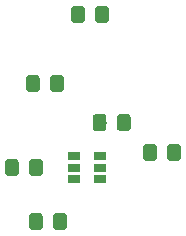
<source format=gbr>
G04 #@! TF.GenerationSoftware,KiCad,Pcbnew,(5.1.4)-1*
G04 #@! TF.CreationDate,2020-11-14T12:40:31-05:00*
G04 #@! TF.ProjectId,circuit,63697263-7569-4742-9e6b-696361645f70,rev?*
G04 #@! TF.SameCoordinates,Original*
G04 #@! TF.FileFunction,Paste,Top*
G04 #@! TF.FilePolarity,Positive*
%FSLAX46Y46*%
G04 Gerber Fmt 4.6, Leading zero omitted, Abs format (unit mm)*
G04 Created by KiCad (PCBNEW (5.1.4)-1) date 2020-11-14 12:40:31*
%MOMM*%
%LPD*%
G04 APERTURE LIST*
%ADD10C,0.100000*%
%ADD11C,1.150000*%
%ADD12R,1.060000X0.650000*%
G04 APERTURE END LIST*
D10*
G36*
X63078505Y-52387204D02*
G01*
X63102773Y-52390804D01*
X63126572Y-52396765D01*
X63149671Y-52405030D01*
X63171850Y-52415520D01*
X63192893Y-52428132D01*
X63212599Y-52442747D01*
X63230777Y-52459223D01*
X63247253Y-52477401D01*
X63261868Y-52497107D01*
X63274480Y-52518150D01*
X63284970Y-52540329D01*
X63293235Y-52563428D01*
X63299196Y-52587227D01*
X63302796Y-52611495D01*
X63304000Y-52635999D01*
X63304000Y-53536001D01*
X63302796Y-53560505D01*
X63299196Y-53584773D01*
X63293235Y-53608572D01*
X63284970Y-53631671D01*
X63274480Y-53653850D01*
X63261868Y-53674893D01*
X63247253Y-53694599D01*
X63230777Y-53712777D01*
X63212599Y-53729253D01*
X63192893Y-53743868D01*
X63171850Y-53756480D01*
X63149671Y-53766970D01*
X63126572Y-53775235D01*
X63102773Y-53781196D01*
X63078505Y-53784796D01*
X63054001Y-53786000D01*
X62403999Y-53786000D01*
X62379495Y-53784796D01*
X62355227Y-53781196D01*
X62331428Y-53775235D01*
X62308329Y-53766970D01*
X62286150Y-53756480D01*
X62265107Y-53743868D01*
X62245401Y-53729253D01*
X62227223Y-53712777D01*
X62210747Y-53694599D01*
X62196132Y-53674893D01*
X62183520Y-53653850D01*
X62173030Y-53631671D01*
X62164765Y-53608572D01*
X62158804Y-53584773D01*
X62155204Y-53560505D01*
X62154000Y-53536001D01*
X62154000Y-52635999D01*
X62155204Y-52611495D01*
X62158804Y-52587227D01*
X62164765Y-52563428D01*
X62173030Y-52540329D01*
X62183520Y-52518150D01*
X62196132Y-52497107D01*
X62210747Y-52477401D01*
X62227223Y-52459223D01*
X62245401Y-52442747D01*
X62265107Y-52428132D01*
X62286150Y-52415520D01*
X62308329Y-52405030D01*
X62331428Y-52396765D01*
X62355227Y-52390804D01*
X62379495Y-52387204D01*
X62403999Y-52386000D01*
X63054001Y-52386000D01*
X63078505Y-52387204D01*
X63078505Y-52387204D01*
G37*
D11*
X62729000Y-53086000D03*
D10*
G36*
X65128505Y-52387204D02*
G01*
X65152773Y-52390804D01*
X65176572Y-52396765D01*
X65199671Y-52405030D01*
X65221850Y-52415520D01*
X65242893Y-52428132D01*
X65262599Y-52442747D01*
X65280777Y-52459223D01*
X65297253Y-52477401D01*
X65311868Y-52497107D01*
X65324480Y-52518150D01*
X65334970Y-52540329D01*
X65343235Y-52563428D01*
X65349196Y-52587227D01*
X65352796Y-52611495D01*
X65354000Y-52635999D01*
X65354000Y-53536001D01*
X65352796Y-53560505D01*
X65349196Y-53584773D01*
X65343235Y-53608572D01*
X65334970Y-53631671D01*
X65324480Y-53653850D01*
X65311868Y-53674893D01*
X65297253Y-53694599D01*
X65280777Y-53712777D01*
X65262599Y-53729253D01*
X65242893Y-53743868D01*
X65221850Y-53756480D01*
X65199671Y-53766970D01*
X65176572Y-53775235D01*
X65152773Y-53781196D01*
X65128505Y-53784796D01*
X65104001Y-53786000D01*
X64453999Y-53786000D01*
X64429495Y-53784796D01*
X64405227Y-53781196D01*
X64381428Y-53775235D01*
X64358329Y-53766970D01*
X64336150Y-53756480D01*
X64315107Y-53743868D01*
X64295401Y-53729253D01*
X64277223Y-53712777D01*
X64260747Y-53694599D01*
X64246132Y-53674893D01*
X64233520Y-53653850D01*
X64223030Y-53631671D01*
X64214765Y-53608572D01*
X64208804Y-53584773D01*
X64205204Y-53560505D01*
X64204000Y-53536001D01*
X64204000Y-52635999D01*
X64205204Y-52611495D01*
X64208804Y-52587227D01*
X64214765Y-52563428D01*
X64223030Y-52540329D01*
X64233520Y-52518150D01*
X64246132Y-52497107D01*
X64260747Y-52477401D01*
X64277223Y-52459223D01*
X64295401Y-52442747D01*
X64315107Y-52428132D01*
X64336150Y-52415520D01*
X64358329Y-52405030D01*
X64381428Y-52396765D01*
X64405227Y-52390804D01*
X64429495Y-52387204D01*
X64453999Y-52386000D01*
X65104001Y-52386000D01*
X65128505Y-52387204D01*
X65128505Y-52387204D01*
G37*
D11*
X64779000Y-53086000D03*
D10*
G36*
X59531505Y-65341204D02*
G01*
X59555773Y-65344804D01*
X59579572Y-65350765D01*
X59602671Y-65359030D01*
X59624850Y-65369520D01*
X59645893Y-65382132D01*
X59665599Y-65396747D01*
X59683777Y-65413223D01*
X59700253Y-65431401D01*
X59714868Y-65451107D01*
X59727480Y-65472150D01*
X59737970Y-65494329D01*
X59746235Y-65517428D01*
X59752196Y-65541227D01*
X59755796Y-65565495D01*
X59757000Y-65589999D01*
X59757000Y-66490001D01*
X59755796Y-66514505D01*
X59752196Y-66538773D01*
X59746235Y-66562572D01*
X59737970Y-66585671D01*
X59727480Y-66607850D01*
X59714868Y-66628893D01*
X59700253Y-66648599D01*
X59683777Y-66666777D01*
X59665599Y-66683253D01*
X59645893Y-66697868D01*
X59624850Y-66710480D01*
X59602671Y-66720970D01*
X59579572Y-66729235D01*
X59555773Y-66735196D01*
X59531505Y-66738796D01*
X59507001Y-66740000D01*
X58856999Y-66740000D01*
X58832495Y-66738796D01*
X58808227Y-66735196D01*
X58784428Y-66729235D01*
X58761329Y-66720970D01*
X58739150Y-66710480D01*
X58718107Y-66697868D01*
X58698401Y-66683253D01*
X58680223Y-66666777D01*
X58663747Y-66648599D01*
X58649132Y-66628893D01*
X58636520Y-66607850D01*
X58626030Y-66585671D01*
X58617765Y-66562572D01*
X58611804Y-66538773D01*
X58608204Y-66514505D01*
X58607000Y-66490001D01*
X58607000Y-65589999D01*
X58608204Y-65565495D01*
X58611804Y-65541227D01*
X58617765Y-65517428D01*
X58626030Y-65494329D01*
X58636520Y-65472150D01*
X58649132Y-65451107D01*
X58663747Y-65431401D01*
X58680223Y-65413223D01*
X58698401Y-65396747D01*
X58718107Y-65382132D01*
X58739150Y-65369520D01*
X58761329Y-65359030D01*
X58784428Y-65350765D01*
X58808227Y-65344804D01*
X58832495Y-65341204D01*
X58856999Y-65340000D01*
X59507001Y-65340000D01*
X59531505Y-65341204D01*
X59531505Y-65341204D01*
G37*
D11*
X59182000Y-66040000D03*
D10*
G36*
X57481505Y-65341204D02*
G01*
X57505773Y-65344804D01*
X57529572Y-65350765D01*
X57552671Y-65359030D01*
X57574850Y-65369520D01*
X57595893Y-65382132D01*
X57615599Y-65396747D01*
X57633777Y-65413223D01*
X57650253Y-65431401D01*
X57664868Y-65451107D01*
X57677480Y-65472150D01*
X57687970Y-65494329D01*
X57696235Y-65517428D01*
X57702196Y-65541227D01*
X57705796Y-65565495D01*
X57707000Y-65589999D01*
X57707000Y-66490001D01*
X57705796Y-66514505D01*
X57702196Y-66538773D01*
X57696235Y-66562572D01*
X57687970Y-66585671D01*
X57677480Y-66607850D01*
X57664868Y-66628893D01*
X57650253Y-66648599D01*
X57633777Y-66666777D01*
X57615599Y-66683253D01*
X57595893Y-66697868D01*
X57574850Y-66710480D01*
X57552671Y-66720970D01*
X57529572Y-66729235D01*
X57505773Y-66735196D01*
X57481505Y-66738796D01*
X57457001Y-66740000D01*
X56806999Y-66740000D01*
X56782495Y-66738796D01*
X56758227Y-66735196D01*
X56734428Y-66729235D01*
X56711329Y-66720970D01*
X56689150Y-66710480D01*
X56668107Y-66697868D01*
X56648401Y-66683253D01*
X56630223Y-66666777D01*
X56613747Y-66648599D01*
X56599132Y-66628893D01*
X56586520Y-66607850D01*
X56576030Y-66585671D01*
X56567765Y-66562572D01*
X56561804Y-66538773D01*
X56558204Y-66514505D01*
X56557000Y-66490001D01*
X56557000Y-65589999D01*
X56558204Y-65565495D01*
X56561804Y-65541227D01*
X56567765Y-65517428D01*
X56576030Y-65494329D01*
X56586520Y-65472150D01*
X56599132Y-65451107D01*
X56613747Y-65431401D01*
X56630223Y-65413223D01*
X56648401Y-65396747D01*
X56668107Y-65382132D01*
X56689150Y-65369520D01*
X56711329Y-65359030D01*
X56734428Y-65350765D01*
X56758227Y-65344804D01*
X56782495Y-65341204D01*
X56806999Y-65340000D01*
X57457001Y-65340000D01*
X57481505Y-65341204D01*
X57481505Y-65341204D01*
G37*
D11*
X57132000Y-66040000D03*
D10*
G36*
X64910506Y-61531204D02*
G01*
X64934774Y-61534804D01*
X64958573Y-61540765D01*
X64981672Y-61549030D01*
X65003851Y-61559520D01*
X65024894Y-61572132D01*
X65044600Y-61586747D01*
X65062778Y-61603223D01*
X65079254Y-61621401D01*
X65093869Y-61641107D01*
X65106481Y-61662150D01*
X65116971Y-61684329D01*
X65125236Y-61707428D01*
X65131197Y-61731227D01*
X65134797Y-61755495D01*
X65136001Y-61779999D01*
X65136001Y-62680001D01*
X65134797Y-62704505D01*
X65131197Y-62728773D01*
X65125236Y-62752572D01*
X65116971Y-62775671D01*
X65106481Y-62797850D01*
X65093869Y-62818893D01*
X65079254Y-62838599D01*
X65062778Y-62856777D01*
X65044600Y-62873253D01*
X65024894Y-62887868D01*
X65003851Y-62900480D01*
X64981672Y-62910970D01*
X64958573Y-62919235D01*
X64934774Y-62925196D01*
X64910506Y-62928796D01*
X64886002Y-62930000D01*
X64236000Y-62930000D01*
X64211496Y-62928796D01*
X64187228Y-62925196D01*
X64163429Y-62919235D01*
X64140330Y-62910970D01*
X64118151Y-62900480D01*
X64097108Y-62887868D01*
X64077402Y-62873253D01*
X64059224Y-62856777D01*
X64042748Y-62838599D01*
X64028133Y-62818893D01*
X64015521Y-62797850D01*
X64005031Y-62775671D01*
X63996766Y-62752572D01*
X63990805Y-62728773D01*
X63987205Y-62704505D01*
X63986001Y-62680001D01*
X63986001Y-61779999D01*
X63987205Y-61755495D01*
X63990805Y-61731227D01*
X63996766Y-61707428D01*
X64005031Y-61684329D01*
X64015521Y-61662150D01*
X64028133Y-61641107D01*
X64042748Y-61621401D01*
X64059224Y-61603223D01*
X64077402Y-61586747D01*
X64097108Y-61572132D01*
X64118151Y-61559520D01*
X64140330Y-61549030D01*
X64163429Y-61540765D01*
X64187228Y-61534804D01*
X64211496Y-61531204D01*
X64236000Y-61530000D01*
X64886002Y-61530000D01*
X64910506Y-61531204D01*
X64910506Y-61531204D01*
G37*
D11*
X64561001Y-62230000D03*
D10*
G36*
X66960506Y-61531204D02*
G01*
X66984774Y-61534804D01*
X67008573Y-61540765D01*
X67031672Y-61549030D01*
X67053851Y-61559520D01*
X67074894Y-61572132D01*
X67094600Y-61586747D01*
X67112778Y-61603223D01*
X67129254Y-61621401D01*
X67143869Y-61641107D01*
X67156481Y-61662150D01*
X67166971Y-61684329D01*
X67175236Y-61707428D01*
X67181197Y-61731227D01*
X67184797Y-61755495D01*
X67186001Y-61779999D01*
X67186001Y-62680001D01*
X67184797Y-62704505D01*
X67181197Y-62728773D01*
X67175236Y-62752572D01*
X67166971Y-62775671D01*
X67156481Y-62797850D01*
X67143869Y-62818893D01*
X67129254Y-62838599D01*
X67112778Y-62856777D01*
X67094600Y-62873253D01*
X67074894Y-62887868D01*
X67053851Y-62900480D01*
X67031672Y-62910970D01*
X67008573Y-62919235D01*
X66984774Y-62925196D01*
X66960506Y-62928796D01*
X66936002Y-62930000D01*
X66286000Y-62930000D01*
X66261496Y-62928796D01*
X66237228Y-62925196D01*
X66213429Y-62919235D01*
X66190330Y-62910970D01*
X66168151Y-62900480D01*
X66147108Y-62887868D01*
X66127402Y-62873253D01*
X66109224Y-62856777D01*
X66092748Y-62838599D01*
X66078133Y-62818893D01*
X66065521Y-62797850D01*
X66055031Y-62775671D01*
X66046766Y-62752572D01*
X66040805Y-62728773D01*
X66037205Y-62704505D01*
X66036001Y-62680001D01*
X66036001Y-61779999D01*
X66037205Y-61755495D01*
X66040805Y-61731227D01*
X66046766Y-61707428D01*
X66055031Y-61684329D01*
X66065521Y-61662150D01*
X66078133Y-61641107D01*
X66092748Y-61621401D01*
X66109224Y-61603223D01*
X66127402Y-61586747D01*
X66147108Y-61572132D01*
X66168151Y-61559520D01*
X66190330Y-61549030D01*
X66213429Y-61540765D01*
X66237228Y-61534804D01*
X66261496Y-61531204D01*
X66286000Y-61530000D01*
X66936002Y-61530000D01*
X66960506Y-61531204D01*
X66960506Y-61531204D01*
G37*
D11*
X66611001Y-62230000D03*
D10*
G36*
X61309505Y-58229204D02*
G01*
X61333773Y-58232804D01*
X61357572Y-58238765D01*
X61380671Y-58247030D01*
X61402850Y-58257520D01*
X61423893Y-58270132D01*
X61443599Y-58284747D01*
X61461777Y-58301223D01*
X61478253Y-58319401D01*
X61492868Y-58339107D01*
X61505480Y-58360150D01*
X61515970Y-58382329D01*
X61524235Y-58405428D01*
X61530196Y-58429227D01*
X61533796Y-58453495D01*
X61535000Y-58477999D01*
X61535000Y-59378001D01*
X61533796Y-59402505D01*
X61530196Y-59426773D01*
X61524235Y-59450572D01*
X61515970Y-59473671D01*
X61505480Y-59495850D01*
X61492868Y-59516893D01*
X61478253Y-59536599D01*
X61461777Y-59554777D01*
X61443599Y-59571253D01*
X61423893Y-59585868D01*
X61402850Y-59598480D01*
X61380671Y-59608970D01*
X61357572Y-59617235D01*
X61333773Y-59623196D01*
X61309505Y-59626796D01*
X61285001Y-59628000D01*
X60634999Y-59628000D01*
X60610495Y-59626796D01*
X60586227Y-59623196D01*
X60562428Y-59617235D01*
X60539329Y-59608970D01*
X60517150Y-59598480D01*
X60496107Y-59585868D01*
X60476401Y-59571253D01*
X60458223Y-59554777D01*
X60441747Y-59536599D01*
X60427132Y-59516893D01*
X60414520Y-59495850D01*
X60404030Y-59473671D01*
X60395765Y-59450572D01*
X60389804Y-59426773D01*
X60386204Y-59402505D01*
X60385000Y-59378001D01*
X60385000Y-58477999D01*
X60386204Y-58453495D01*
X60389804Y-58429227D01*
X60395765Y-58405428D01*
X60404030Y-58382329D01*
X60414520Y-58360150D01*
X60427132Y-58339107D01*
X60441747Y-58319401D01*
X60458223Y-58301223D01*
X60476401Y-58284747D01*
X60496107Y-58270132D01*
X60517150Y-58257520D01*
X60539329Y-58247030D01*
X60562428Y-58238765D01*
X60586227Y-58232804D01*
X60610495Y-58229204D01*
X60634999Y-58228000D01*
X61285001Y-58228000D01*
X61309505Y-58229204D01*
X61309505Y-58229204D01*
G37*
D11*
X60960000Y-58928000D03*
D10*
G36*
X59259505Y-58229204D02*
G01*
X59283773Y-58232804D01*
X59307572Y-58238765D01*
X59330671Y-58247030D01*
X59352850Y-58257520D01*
X59373893Y-58270132D01*
X59393599Y-58284747D01*
X59411777Y-58301223D01*
X59428253Y-58319401D01*
X59442868Y-58339107D01*
X59455480Y-58360150D01*
X59465970Y-58382329D01*
X59474235Y-58405428D01*
X59480196Y-58429227D01*
X59483796Y-58453495D01*
X59485000Y-58477999D01*
X59485000Y-59378001D01*
X59483796Y-59402505D01*
X59480196Y-59426773D01*
X59474235Y-59450572D01*
X59465970Y-59473671D01*
X59455480Y-59495850D01*
X59442868Y-59516893D01*
X59428253Y-59536599D01*
X59411777Y-59554777D01*
X59393599Y-59571253D01*
X59373893Y-59585868D01*
X59352850Y-59598480D01*
X59330671Y-59608970D01*
X59307572Y-59617235D01*
X59283773Y-59623196D01*
X59259505Y-59626796D01*
X59235001Y-59628000D01*
X58584999Y-59628000D01*
X58560495Y-59626796D01*
X58536227Y-59623196D01*
X58512428Y-59617235D01*
X58489329Y-59608970D01*
X58467150Y-59598480D01*
X58446107Y-59585868D01*
X58426401Y-59571253D01*
X58408223Y-59554777D01*
X58391747Y-59536599D01*
X58377132Y-59516893D01*
X58364520Y-59495850D01*
X58354030Y-59473671D01*
X58345765Y-59450572D01*
X58339804Y-59426773D01*
X58336204Y-59402505D01*
X58335000Y-59378001D01*
X58335000Y-58477999D01*
X58336204Y-58453495D01*
X58339804Y-58429227D01*
X58345765Y-58405428D01*
X58354030Y-58382329D01*
X58364520Y-58360150D01*
X58377132Y-58339107D01*
X58391747Y-58319401D01*
X58408223Y-58301223D01*
X58426401Y-58284747D01*
X58446107Y-58270132D01*
X58467150Y-58257520D01*
X58489329Y-58247030D01*
X58512428Y-58238765D01*
X58536227Y-58232804D01*
X58560495Y-58229204D01*
X58584999Y-58228000D01*
X59235001Y-58228000D01*
X59259505Y-58229204D01*
X59259505Y-58229204D01*
G37*
D11*
X58910000Y-58928000D03*
D10*
G36*
X61563505Y-69913204D02*
G01*
X61587773Y-69916804D01*
X61611572Y-69922765D01*
X61634671Y-69931030D01*
X61656850Y-69941520D01*
X61677893Y-69954132D01*
X61697599Y-69968747D01*
X61715777Y-69985223D01*
X61732253Y-70003401D01*
X61746868Y-70023107D01*
X61759480Y-70044150D01*
X61769970Y-70066329D01*
X61778235Y-70089428D01*
X61784196Y-70113227D01*
X61787796Y-70137495D01*
X61789000Y-70161999D01*
X61789000Y-71062001D01*
X61787796Y-71086505D01*
X61784196Y-71110773D01*
X61778235Y-71134572D01*
X61769970Y-71157671D01*
X61759480Y-71179850D01*
X61746868Y-71200893D01*
X61732253Y-71220599D01*
X61715777Y-71238777D01*
X61697599Y-71255253D01*
X61677893Y-71269868D01*
X61656850Y-71282480D01*
X61634671Y-71292970D01*
X61611572Y-71301235D01*
X61587773Y-71307196D01*
X61563505Y-71310796D01*
X61539001Y-71312000D01*
X60888999Y-71312000D01*
X60864495Y-71310796D01*
X60840227Y-71307196D01*
X60816428Y-71301235D01*
X60793329Y-71292970D01*
X60771150Y-71282480D01*
X60750107Y-71269868D01*
X60730401Y-71255253D01*
X60712223Y-71238777D01*
X60695747Y-71220599D01*
X60681132Y-71200893D01*
X60668520Y-71179850D01*
X60658030Y-71157671D01*
X60649765Y-71134572D01*
X60643804Y-71110773D01*
X60640204Y-71086505D01*
X60639000Y-71062001D01*
X60639000Y-70161999D01*
X60640204Y-70137495D01*
X60643804Y-70113227D01*
X60649765Y-70089428D01*
X60658030Y-70066329D01*
X60668520Y-70044150D01*
X60681132Y-70023107D01*
X60695747Y-70003401D01*
X60712223Y-69985223D01*
X60730401Y-69968747D01*
X60750107Y-69954132D01*
X60771150Y-69941520D01*
X60793329Y-69931030D01*
X60816428Y-69922765D01*
X60840227Y-69916804D01*
X60864495Y-69913204D01*
X60888999Y-69912000D01*
X61539001Y-69912000D01*
X61563505Y-69913204D01*
X61563505Y-69913204D01*
G37*
D11*
X61214000Y-70612000D03*
D10*
G36*
X59513505Y-69913204D02*
G01*
X59537773Y-69916804D01*
X59561572Y-69922765D01*
X59584671Y-69931030D01*
X59606850Y-69941520D01*
X59627893Y-69954132D01*
X59647599Y-69968747D01*
X59665777Y-69985223D01*
X59682253Y-70003401D01*
X59696868Y-70023107D01*
X59709480Y-70044150D01*
X59719970Y-70066329D01*
X59728235Y-70089428D01*
X59734196Y-70113227D01*
X59737796Y-70137495D01*
X59739000Y-70161999D01*
X59739000Y-71062001D01*
X59737796Y-71086505D01*
X59734196Y-71110773D01*
X59728235Y-71134572D01*
X59719970Y-71157671D01*
X59709480Y-71179850D01*
X59696868Y-71200893D01*
X59682253Y-71220599D01*
X59665777Y-71238777D01*
X59647599Y-71255253D01*
X59627893Y-71269868D01*
X59606850Y-71282480D01*
X59584671Y-71292970D01*
X59561572Y-71301235D01*
X59537773Y-71307196D01*
X59513505Y-71310796D01*
X59489001Y-71312000D01*
X58838999Y-71312000D01*
X58814495Y-71310796D01*
X58790227Y-71307196D01*
X58766428Y-71301235D01*
X58743329Y-71292970D01*
X58721150Y-71282480D01*
X58700107Y-71269868D01*
X58680401Y-71255253D01*
X58662223Y-71238777D01*
X58645747Y-71220599D01*
X58631132Y-71200893D01*
X58618520Y-71179850D01*
X58608030Y-71157671D01*
X58599765Y-71134572D01*
X58593804Y-71110773D01*
X58590204Y-71086505D01*
X58589000Y-71062001D01*
X58589000Y-70161999D01*
X58590204Y-70137495D01*
X58593804Y-70113227D01*
X58599765Y-70089428D01*
X58608030Y-70066329D01*
X58618520Y-70044150D01*
X58631132Y-70023107D01*
X58645747Y-70003401D01*
X58662223Y-69985223D01*
X58680401Y-69968747D01*
X58700107Y-69954132D01*
X58721150Y-69941520D01*
X58743329Y-69931030D01*
X58766428Y-69922765D01*
X58790227Y-69916804D01*
X58814495Y-69913204D01*
X58838999Y-69912000D01*
X59489001Y-69912000D01*
X59513505Y-69913204D01*
X59513505Y-69913204D01*
G37*
D11*
X59164000Y-70612000D03*
D10*
G36*
X69174505Y-64071204D02*
G01*
X69198773Y-64074804D01*
X69222572Y-64080765D01*
X69245671Y-64089030D01*
X69267850Y-64099520D01*
X69288893Y-64112132D01*
X69308599Y-64126747D01*
X69326777Y-64143223D01*
X69343253Y-64161401D01*
X69357868Y-64181107D01*
X69370480Y-64202150D01*
X69380970Y-64224329D01*
X69389235Y-64247428D01*
X69395196Y-64271227D01*
X69398796Y-64295495D01*
X69400000Y-64319999D01*
X69400000Y-65220001D01*
X69398796Y-65244505D01*
X69395196Y-65268773D01*
X69389235Y-65292572D01*
X69380970Y-65315671D01*
X69370480Y-65337850D01*
X69357868Y-65358893D01*
X69343253Y-65378599D01*
X69326777Y-65396777D01*
X69308599Y-65413253D01*
X69288893Y-65427868D01*
X69267850Y-65440480D01*
X69245671Y-65450970D01*
X69222572Y-65459235D01*
X69198773Y-65465196D01*
X69174505Y-65468796D01*
X69150001Y-65470000D01*
X68499999Y-65470000D01*
X68475495Y-65468796D01*
X68451227Y-65465196D01*
X68427428Y-65459235D01*
X68404329Y-65450970D01*
X68382150Y-65440480D01*
X68361107Y-65427868D01*
X68341401Y-65413253D01*
X68323223Y-65396777D01*
X68306747Y-65378599D01*
X68292132Y-65358893D01*
X68279520Y-65337850D01*
X68269030Y-65315671D01*
X68260765Y-65292572D01*
X68254804Y-65268773D01*
X68251204Y-65244505D01*
X68250000Y-65220001D01*
X68250000Y-64319999D01*
X68251204Y-64295495D01*
X68254804Y-64271227D01*
X68260765Y-64247428D01*
X68269030Y-64224329D01*
X68279520Y-64202150D01*
X68292132Y-64181107D01*
X68306747Y-64161401D01*
X68323223Y-64143223D01*
X68341401Y-64126747D01*
X68361107Y-64112132D01*
X68382150Y-64099520D01*
X68404329Y-64089030D01*
X68427428Y-64080765D01*
X68451227Y-64074804D01*
X68475495Y-64071204D01*
X68499999Y-64070000D01*
X69150001Y-64070000D01*
X69174505Y-64071204D01*
X69174505Y-64071204D01*
G37*
D11*
X68825000Y-64770000D03*
D10*
G36*
X71224505Y-64071204D02*
G01*
X71248773Y-64074804D01*
X71272572Y-64080765D01*
X71295671Y-64089030D01*
X71317850Y-64099520D01*
X71338893Y-64112132D01*
X71358599Y-64126747D01*
X71376777Y-64143223D01*
X71393253Y-64161401D01*
X71407868Y-64181107D01*
X71420480Y-64202150D01*
X71430970Y-64224329D01*
X71439235Y-64247428D01*
X71445196Y-64271227D01*
X71448796Y-64295495D01*
X71450000Y-64319999D01*
X71450000Y-65220001D01*
X71448796Y-65244505D01*
X71445196Y-65268773D01*
X71439235Y-65292572D01*
X71430970Y-65315671D01*
X71420480Y-65337850D01*
X71407868Y-65358893D01*
X71393253Y-65378599D01*
X71376777Y-65396777D01*
X71358599Y-65413253D01*
X71338893Y-65427868D01*
X71317850Y-65440480D01*
X71295671Y-65450970D01*
X71272572Y-65459235D01*
X71248773Y-65465196D01*
X71224505Y-65468796D01*
X71200001Y-65470000D01*
X70549999Y-65470000D01*
X70525495Y-65468796D01*
X70501227Y-65465196D01*
X70477428Y-65459235D01*
X70454329Y-65450970D01*
X70432150Y-65440480D01*
X70411107Y-65427868D01*
X70391401Y-65413253D01*
X70373223Y-65396777D01*
X70356747Y-65378599D01*
X70342132Y-65358893D01*
X70329520Y-65337850D01*
X70319030Y-65315671D01*
X70310765Y-65292572D01*
X70304804Y-65268773D01*
X70301204Y-65244505D01*
X70300000Y-65220001D01*
X70300000Y-64319999D01*
X70301204Y-64295495D01*
X70304804Y-64271227D01*
X70310765Y-64247428D01*
X70319030Y-64224329D01*
X70329520Y-64202150D01*
X70342132Y-64181107D01*
X70356747Y-64161401D01*
X70373223Y-64143223D01*
X70391401Y-64126747D01*
X70411107Y-64112132D01*
X70432150Y-64099520D01*
X70454329Y-64089030D01*
X70477428Y-64080765D01*
X70501227Y-64074804D01*
X70525495Y-64071204D01*
X70549999Y-64070000D01*
X71200001Y-64070000D01*
X71224505Y-64071204D01*
X71224505Y-64071204D01*
G37*
D11*
X70875000Y-64770000D03*
D12*
X62400000Y-65090000D03*
X62400000Y-66040000D03*
X62400000Y-66990000D03*
X64600000Y-66990000D03*
X64600000Y-65090000D03*
X64600000Y-66040000D03*
M02*

</source>
